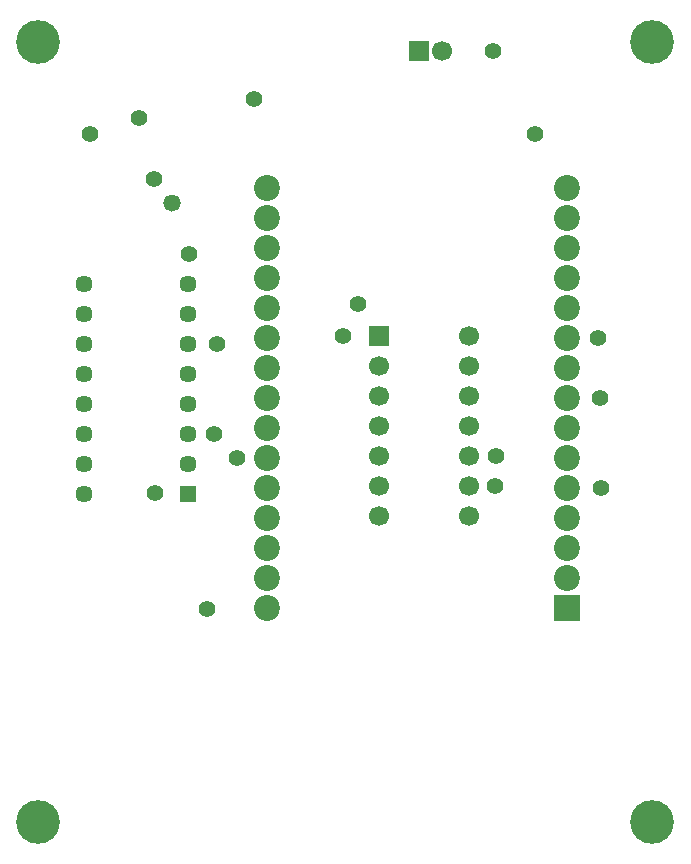
<source format=gbs>
G04*
G04 #@! TF.GenerationSoftware,Altium Limited,Altium Designer,22.1.2 (22)*
G04*
G04 Layer_Color=16711935*
%FSLAX42Y42*%
%MOMM*%
G71*
G04*
G04 #@! TF.SameCoordinates,3311E10D-72A5-427B-B7FE-1BE08177FCE0*
G04*
G04*
G04 #@! TF.FilePolarity,Negative*
G04*
G01*
G75*
%ADD36R,2.20X2.20*%
%ADD37C,2.20*%
%ADD38R,1.70X1.70*%
%ADD39C,1.70*%
%ADD40R,1.45X1.45*%
%ADD41C,1.45*%
%ADD42C,1.40*%
%ADD43C,1.47*%
%ADD44C,3.70*%
D36*
X4775Y2108D02*
D03*
D37*
Y2362D02*
D03*
Y2616D02*
D03*
Y2870D02*
D03*
Y3124D02*
D03*
Y3378D02*
D03*
Y3632D02*
D03*
Y3886D02*
D03*
Y4140D02*
D03*
Y4394D02*
D03*
Y4648D02*
D03*
Y4902D02*
D03*
Y5156D02*
D03*
Y5410D02*
D03*
Y5664D02*
D03*
X2235Y2108D02*
D03*
Y2362D02*
D03*
Y2616D02*
D03*
Y2870D02*
D03*
Y3124D02*
D03*
Y3378D02*
D03*
Y3632D02*
D03*
Y3886D02*
D03*
Y4140D02*
D03*
Y4394D02*
D03*
Y4648D02*
D03*
Y4902D02*
D03*
Y5156D02*
D03*
Y5410D02*
D03*
Y5664D02*
D03*
D38*
X3519Y6824D02*
D03*
X3188Y4407D02*
D03*
D39*
X3719Y6824D02*
D03*
X3950Y2883D02*
D03*
Y3137D02*
D03*
Y3391D02*
D03*
Y3645D02*
D03*
Y3899D02*
D03*
Y4153D02*
D03*
Y4407D02*
D03*
X3188Y2883D02*
D03*
Y3137D02*
D03*
Y3391D02*
D03*
Y3645D02*
D03*
Y3899D02*
D03*
Y4153D02*
D03*
D40*
X1570Y3073D02*
D03*
D41*
Y3327D02*
D03*
Y3581D02*
D03*
Y3835D02*
D03*
Y4089D02*
D03*
Y4343D02*
D03*
Y4597D02*
D03*
Y4851D02*
D03*
X690D02*
D03*
Y4597D02*
D03*
Y4343D02*
D03*
Y4089D02*
D03*
Y3835D02*
D03*
Y3581D02*
D03*
Y3327D02*
D03*
Y3073D02*
D03*
D42*
X1156Y6261D02*
D03*
X4508Y6121D02*
D03*
X737D02*
D03*
X1283Y5740D02*
D03*
X2122Y6414D02*
D03*
X1285Y3086D02*
D03*
X1575Y5105D02*
D03*
X1816Y4343D02*
D03*
X1981Y3378D02*
D03*
X1791Y3581D02*
D03*
X3010Y4686D02*
D03*
X5067Y3124D02*
D03*
X5055Y3886D02*
D03*
X5042Y4394D02*
D03*
X2883Y4407D02*
D03*
X4149Y6824D02*
D03*
X4175Y3394D02*
D03*
X4166Y3137D02*
D03*
X1727Y2100D02*
D03*
D43*
X1435Y5537D02*
D03*
D44*
X300Y300D02*
D03*
X5500Y6900D02*
D03*
X300D02*
D03*
X5500Y300D02*
D03*
M02*

</source>
